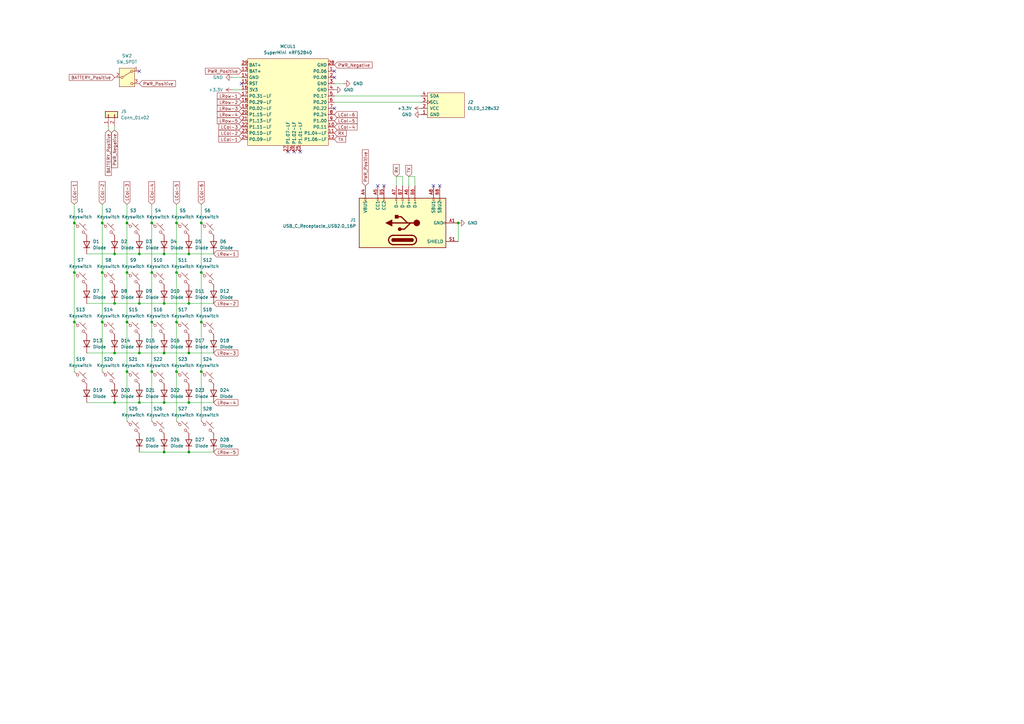
<source format=kicad_sch>
(kicad_sch (version 20250114) (generator "eeschema") (generator_version "9.0")
  (paper "A3")
  (lib_symbols
    (symbol "Connector:USB_C_Receptacle_USB2.0_16P" (pin_names (offset 1.016))
      (property "Reference" "J" (at 0 22.225 0))
      (property "Value" "USB_C_Receptacle_USB2.0_16P" (at 0 19.685 0))
      (symbol "USB_C_Receptacle_USB2.0_16P_0_0"
        (rectangle (start -0.254 -17.78) (end 0.254 -16.764))
        (rectangle (start 10.16 15.494) (end 9.144 14.986))
        (rectangle (start 10.16 10.414) (end 9.144 9.906))
        (rectangle (start 10.16 7.874) (end 9.144 7.366))
        (rectangle (start 10.16 2.794) (end 9.144 2.286))
        (rectangle (start 10.16 0.254) (end 9.144 -0.254))
        (rectangle (start 10.16 -2.286) (end 9.144 -2.794))
        (rectangle (start 10.16 -4.826) (end 9.144 -5.334))
        (rectangle (start 10.16 -12.446) (end 9.144 -12.954))
        (rectangle (start 10.16 -14.986) (end 9.144 -15.494))
      )
      (symbol "USB_C_Receptacle_USB2.0_16P_0_1"
        (rectangle (start -10.16 17.78) (end 10.16 -17.78) (stroke (width 0.254)) (fill (type background)))
        (polyline (pts (xy -8.89 -3.81) (xy -8.89 3.81)) (stroke (width 0.508)))
        (rectangle (start -7.62 -3.81) (end -6.35 3.81) (stroke (width 0.254)) (fill (type outline)))
        (arc (start -7.62 3.81) (mid -6.985 4.4423) (end -6.35 3.81) (stroke (width 0.254)))
        (arc (start -7.62 3.81) (mid -6.985 4.4423) (end -6.35 3.81) (stroke (width 0.254)) (fill (type outline)))
        (arc (start -8.89 3.81) (mid -6.985 5.7067) (end -5.08 3.81) (stroke (width 0.508)))
        (arc (start -5.08 -3.81) (mid -6.985 -5.7067) (end -8.89 -3.81) (stroke (width 0.508)))
        (arc (start -6.35 -3.81) (mid -6.985 -4.4423) (end -7.62 -3.81) (stroke (width 0.254)))
        (arc (start -6.35 -3.81) (mid -6.985 -4.4423) (end -7.62 -3.81) (stroke (width 0.254)) (fill (type outline)))
        (polyline (pts (xy -5.08 3.81) (xy -5.08 -3.81)) (stroke (width 0.508)))
        (circle (center -2.54 1.143) (radius 0.635) (stroke (width 0.254)) (fill (type outline)))
        (polyline (pts (xy -1.27 4.318) (xy 0 6.858) (xy 1.27 4.318) (xy -1.27 4.318)) (stroke (width 0.254)) (fill (type outline)))
        (polyline (pts (xy 0 -2.032) (xy 2.54 0.508) (xy 2.54 1.778)) (stroke (width 0.508)))
        (polyline (pts (xy 0 -3.302) (xy -2.54 -0.762) (xy -2.54 0.508)) (stroke (width 0.508)))
        (polyline (pts (xy 0 -5.842) (xy 0 4.318)) (stroke (width 0.508)))
        (circle (center 0 -5.842) (radius 1.27) (fill (type outline)))
        (rectangle (start 1.905 1.778) (end 3.175 3.048) (stroke (width 0.254)) (fill (type outline)))
      )
      (symbol "USB_C_Receptacle_USB2.0_16P_1_1"
        (pin passive line (at -7.62 -22.86 90) (length 5.08) (name "SHIELD") (number "S1"))
        (pin passive line (at 0 -22.86 90) (length 5.08) (name "GND") (number "A1"))
        (pin passive line (at 0 -22.86 90) (length 5.08) (hide yes) (name "GND") (number "A12"))
        (pin passive line (at 0 -22.86 90) (length 5.08) (hide yes) (name "GND") (number "B1"))
        (pin passive line (at 0 -22.86 90) (length 5.08) (hide yes) (name "GND") (number "B12"))
        (pin passive line (at 15.24 15.24 180) (length 5.08) (name "VBUS") (number "A4"))
        (pin passive line (at 15.24 15.24 180) (length 5.08) (hide yes) (name "VBUS") (number "A9"))
        (pin passive line (at 15.24 15.24 180) (length 5.08) (hide yes) (name "VBUS") (number "B4"))
        (pin passive line (at 15.24 15.24 180) (length 5.08) (hide yes) (name "VBUS") (number "B9"))
        (pin bidirectional line (at 15.24 10.16 180) (length 5.08) (name "CC1") (number "A5"))
        (pin bidirectional line (at 15.24 7.62 180) (length 5.08) (name "CC2") (number "B5"))
        (pin bidirectional line (at 15.24 2.54 180) (length 5.08) (name "D-") (number "A7"))
        (pin bidirectional line (at 15.24 0 180) (length 5.08) (name "D-") (number "B7"))
        (pin bidirectional line (at 15.24 -2.54 180) (length 5.08) (name "D+") (number "A6"))
        (pin bidirectional line (at 15.24 -5.08 180) (length 5.08) (name "D+") (number "B6"))
        (pin bidirectional line (at 15.24 -12.7 180) (length 5.08) (name "SBU1") (number "A8"))
        (pin bidirectional line (at 15.24 -15.24 180) (length 5.08) (name "SBU2") (number "B8"))
      )
    )
    (symbol "Connector_Generic:Conn_01x02" (pin_names (offset 1.016) (hide yes))
      (property "Reference" "J" (at 0 2.54 0))
      (property "Value" "Conn_01x02" (at 0 -5.08 0))
      (symbol "Conn_01x02_1_1"
        (rectangle (start -1.27 1.27) (end 1.27 -3.81) (stroke (width 0.254)) (fill (type background)))
        (rectangle (start -1.27 0.127) (end 0 -0.127) (stroke (width 0.1524)))
        (rectangle (start -1.27 -2.413) (end 0 -2.667) (stroke (width 0.1524)))
        (pin passive line (at -5.08 0 0) (length 3.81) (name "Pin_1") (number "1"))
        (pin passive line (at -5.08 -2.54 0) (length 3.81) (name "Pin_2") (number "2"))
      )
    )
    (symbol "ScottoKeebs:OLED_128x32" (pin_names (offset 1.016))
      (property "Reference" "J" (at 0 -6.35 0))
      (property "Value" "OLED_128x32" (at 0 6.35 0))
      (symbol "OLED_128x32_0_1"
        (rectangle (start 0 5.08) (end 15.24 -5.08) (fill (type background)))
      )
      (symbol "OLED_128x32_1_1"
        (pin bidirectional line (at -2.54 3.81 0) (length 2.54) (name "SDA") (number "4"))
        (pin input clock (at -2.54 1.27 0) (length 2.54) (name "SCL") (number "3"))
        (pin power_in line (at -2.54 -1.27 0) (length 2.54) (name "VCC") (number "2"))
        (pin power_in line (at -2.54 -3.81 0) (length 2.54) (name "GND") (number "1"))
      )
    )
    (symbol "ScottoKeebs:Placeholder_Diode" (pin_numbers (hide yes)) (pin_names (hide yes))
      (property "Reference" "D" (at 0 2.54 0))
      (property "Value" "Diode" (at 0 -2.54 0))
      (symbol "Placeholder_Diode_0_1"
        (polyline (pts (xy -1.27 1.27) (xy -1.27 -1.27)) (stroke (width 0.254)))
        (polyline (pts (xy 1.27 1.27) (xy 1.27 -1.27) (xy -1.27 0) (xy 1.27 1.27)) (stroke (width 0.254)))
        (polyline (pts (xy 1.27 0) (xy -1.27 0)))
      )
      (symbol "Placeholder_Diode_1_1"
        (pin passive line (at -3.81 0 0) (length 2.54) (name "K") (number "1"))
        (pin passive line (at 3.81 0 180) (length 2.54) (name "A") (number "2"))
      )
    )
    (symbol "ScottoKeebs:Placeholder_Keyswitch" (pin_numbers (hide yes)) (pin_names (offset 1.016) (hide yes))
      (property "Reference" "S" (at 3.048 1.016 0))
      (property "Value" "Keyswitch" (at 0 -3.81 0))
      (symbol "Placeholder_Keyswitch_0_1"
        (polyline (pts (xy -2.54 2.54) (xy -1.524 1.524) (xy -1.524 1.524)))
        (circle (center -1.1684 1.1684) (radius 0.508))
        (polyline (pts (xy -0.508 2.54) (xy 2.54 -0.508)))
        (polyline (pts (xy 1.016 1.016) (xy 2.032 2.032)))
        (circle (center 1.143 -1.1938) (radius 0.508))
        (polyline (pts (xy 1.524 -1.524) (xy 2.54 -2.54) (xy 2.54 -2.54) (xy 2.54 -2.54)))
        (pin passive line (at -2.54 2.54 0) (length 0) (name "1") (number "1"))
        (pin passive line (at 2.54 -2.54 180) (length 0) (name "2") (number "2"))
      )
    )
    (symbol "Switch:SW_SPDT" (pin_names (offset 0) (hide yes))
      (property "Reference" "SW" (at 0 5.08 0))
      (property "Value" "SW_SPDT" (at 0 -5.08 0))
      (symbol "SW_SPDT_0_1"
        (circle (center -2.032 0) (radius 0.4572))
        (polyline (pts (xy -1.651 0.254) (xy 1.651 2.286)))
        (circle (center 2.032 2.54) (radius 0.4572))
        (circle (center 2.032 -2.54) (radius 0.4572))
      )
      (symbol "SW_SPDT_1_1"
        (rectangle (start -3.175 3.81) (end 3.175 -3.81) (fill (type background)))
        (pin passive line (at -5.08 0 0) (length 2.54) (name "B") (number "2"))
        (pin passive line (at 5.08 2.54 180) (length 2.54) (name "A") (number "1"))
        (pin passive line (at 5.08 -2.54 180) (length 2.54) (name "C") (number "3"))
      )
    )
    (symbol "marbastlib-promicroish:SuperMini_nRF52840" (in_bom no)
      (property "Reference" "U" (at 0 22.86 0))
      (property "Value" "SuperMini nRF52840" (at 0 20.32 0))
      (symbol "SuperMini_nRF52840_0_0"
        (pin bidirectional line (at -19.05 13.97 0) (length 2.54) (name "P0.06") (number "1"))
        (pin bidirectional line (at -19.05 11.43 0) (length 2.54) (name "P0.08") (number "2"))
        (pin power_out line (at -19.05 8.89 0) (length 2.54) (name "GND") (number "3"))
        (pin power_out line (at -19.05 6.35 0) (length 2.54) (name "GND") (number "4"))
        (pin bidirectional line (at -19.05 3.81 0) (length 2.54) (name "P0.17") (number "5"))
        (pin bidirectional line (at -19.05 1.27 0) (length 2.54) (name "P0.20") (number "6"))
        (pin bidirectional line (at -19.05 -1.27 0) (length 2.54) (name "P0.22") (number "7"))
        (pin bidirectional line (at -19.05 -3.81 0) (length 2.54) (name "P0.24") (number "8"))
        (pin bidirectional line (at -19.05 -6.35 0) (length 2.54) (name "P1.00") (number "9"))
        (pin bidirectional line (at -19.05 -8.89 0) (length 2.54) (name "P0.11") (number "10"))
        (pin bidirectional line (at -19.05 -11.43 0) (length 2.54) (name "P1.04-LF") (number "11"))
        (pin bidirectional line (at -19.05 -13.97 0) (length 2.54) (name "P1.06-LF") (number "12"))
        (pin power_out line (at 19.05 11.43 180) (length 2.54) (name "GND") (number "14"))
        (pin bidirectional line (at 19.05 8.89 180) (length 2.54) (name "RST") (number "15"))
        (pin bidirectional line (at 19.05 3.81 180) (length 2.54) (name "P0.31-LF") (number "17"))
        (pin bidirectional line (at 19.05 1.27 180) (length 2.54) (name "P0.29-LF") (number "18"))
        (pin bidirectional line (at 19.05 -1.27 180) (length 2.54) (name "P0.02-LF") (number "19"))
        (pin bidirectional line (at 19.05 -3.81 180) (length 2.54) (name "P1.15-LF") (number "20"))
        (pin bidirectional line (at 19.05 -6.35 180) (length 2.54) (name "P1.13-LF") (number "21"))
        (pin bidirectional line (at 19.05 -8.89 180) (length 2.54) (name "P1.11-LF") (number "22"))
        (pin bidirectional line (at 19.05 -13.97 180) (length 2.54) (name "P0.09-LF") (number "24"))
      )
      (symbol "SuperMini_nRF52840_1_0"
        (pin power_out line (at -19.05 16.51 0) (length 2.54) (name "GND") (number "28"))
        (pin bidirectional line (at -5.08 -19.05 90) (length 2.54) (name "P1.01-LF") (number "25"))
        (pin bidirectional line (at -2.54 -19.05 90) (length 2.54) (name "P1.02-LF") (number "26"))
        (pin bidirectional line (at 0 -19.05 90) (length 2.54) (name "P1.07-LF") (number "27"))
        (pin power_out line (at 19.05 16.51 180) (length 2.54) (name "BAT+") (number "29"))
        (pin power_out line (at 19.05 13.97 180) (length 2.54) (name "BAT+") (number "13"))
        (pin power_out line (at 19.05 6.35 180) (length 2.54) (name "3V3") (number "16"))
        (pin bidirectional line (at 19.05 -11.43 180) (length 2.54) (name "P0.10-LF") (number "23"))
      )
      (symbol "SuperMini_nRF52840_1_1"
        (rectangle (start -16.51 19.05) (end 16.51 -16.51) (fill (type background)))
      )
    )
    (symbol "power:+3.3V" (power) (pin_numbers (hide yes)) (pin_names (offset 0) (hide yes))
      (property "Value" "+3.3V" (at 0 3.556 0))
      (symbol "+3.3V_0_1"
        (polyline (pts (xy -0.762 1.27) (xy 0 2.54)))
        (polyline (pts (xy 0 2.54) (xy 0.762 1.27)))
        (polyline (pts (xy 0 0) (xy 0 2.54)))
      )
      (symbol "+3.3V_1_1"
        (pin power_in line (at 0 0 90) (length 0) (name "~") (number "1"))
      )
    )
    (symbol "power:GND" (power) (pin_numbers (hide yes)) (pin_names (offset 0) (hide yes))
      (property "Value" "GND" (at 0 -3.81 0))
      (symbol "GND_0_1"
        (polyline (pts (xy 0 0) (xy 0 -1.27) (xy 1.27 -1.27) (xy 0 -2.54) (xy -1.27 -1.27) (xy 0 -1.27)))
      )
      (symbol "GND_1_1"
        (pin power_in line (at 0 0 270) (length 0) (name "~") (number "1"))
      )
    )
  )
  (junction (at 77.47 124.46))
  (junction (at 62.23 111.76))
  (junction (at 57.15 144.78))
  (junction (at 46.99 104.14))
  (junction (at 62.23 132.08))
  (junction (at 67.31 104.14))
  (junction (at 57.15 165.1))
  (junction (at 52.07 111.76))
  (junction (at 82.55 91.44))
  (junction (at 30.48 91.44))
  (junction (at 72.39 132.08))
  (junction (at 72.39 152.4))
  (junction (at 67.31 124.46))
  (junction (at 30.48 132.08))
  (junction (at 77.47 165.1))
  (junction (at 57.15 104.14))
  (junction (at 62.23 152.4))
  (junction (at 46.99 144.78))
  (junction (at 46.99 124.46))
  (junction (at 67.31 185.42))
  (junction (at 57.15 124.46))
  (junction (at 187.96 91.44))
  (junction (at 52.07 152.4))
  (junction (at 67.31 165.1))
  (junction (at 77.47 185.42))
  (junction (at 41.91 111.76))
  (junction (at 41.91 91.44))
  (junction (at 82.55 152.4))
  (junction (at 82.55 132.08))
  (junction (at 30.48 111.76))
  (junction (at 46.99 165.1))
  (junction (at 72.39 91.44))
  (junction (at 52.07 132.08))
  (junction (at 82.55 111.76))
  (junction (at 41.91 132.08))
  (junction (at 67.31 144.78))
  (junction (at 77.47 144.78))
  (junction (at 72.39 111.76))
  (junction (at 77.47 104.14))
  (junction (at 52.07 91.44))
  (junction (at 62.23 91.44))
  (no_connect (at 157.48 76.2))
  (no_connect (at 123.19 62.23))
  (no_connect (at 99.06 34.29))
  (no_connect (at 120.65 62.23))
  (no_connect (at 137.16 31.75))
  (no_connect (at 177.8 76.2))
  (no_connect (at 137.16 29.21))
  (no_connect (at 137.16 44.45))
  (no_connect (at 118.11 62.23))
  (no_connect (at 180.34 76.2))
  (no_connect (at 154.94 76.2))
  (no_connect (at 57.15 29.21))
  (wire (pts (xy 82.55 83.82) (xy 82.55 91.44)))
  (wire (pts (xy 137.16 39.37) (xy 172.72 39.37)))
  (wire (pts (xy 52.07 132.08) (xy 52.07 152.4)))
  (wire (pts (xy 62.23 111.76) (xy 62.23 132.08)))
  (wire (pts (xy 77.47 124.46) (xy 87.63 124.46)))
  (wire (pts (xy 57.15 104.14) (xy 67.31 104.14)))
  (wire (pts (xy 57.15 185.42) (xy 67.31 185.42)))
  (wire (pts (xy 72.39 132.08) (xy 72.39 152.4)))
  (wire (pts (xy 82.55 111.76) (xy 82.55 132.08)))
  (wire (pts (xy 41.91 111.76) (xy 41.91 132.08)))
  (wire (pts (xy 140.97 34.29) (xy 137.16 34.29)))
  (wire (pts (xy 62.23 152.4) (xy 62.23 172.72)))
  (wire (pts (xy 170.18 76.2) (xy 170.18 72.39)))
  (wire (pts (xy 30.48 83.82) (xy 30.48 91.44)))
  (wire (pts (xy 82.55 91.44) (xy 82.55 111.76)))
  (wire (pts (xy 52.07 152.4) (xy 52.07 172.72)))
  (wire (pts (xy 99.06 31.75) (xy 95.25 31.75)))
  (wire (pts (xy 72.39 152.4) (xy 72.39 172.72)))
  (wire (pts (xy 46.99 52.07) (xy 46.99 53.34)))
  (wire (pts (xy 167.64 76.2) (xy 167.64 72.39)))
  (wire (pts (xy 170.18 72.39) (xy 167.64 72.39)))
  (wire (pts (xy 41.91 83.82) (xy 41.91 91.44)))
  (wire (pts (xy 46.99 144.78) (xy 57.15 144.78)))
  (wire (pts (xy 82.55 132.08) (xy 82.55 152.4)))
  (wire (pts (xy 52.07 111.76) (xy 52.07 132.08)))
  (wire (pts (xy 57.15 165.1) (xy 67.31 165.1)))
  (wire (pts (xy 46.99 104.14) (xy 57.15 104.14)))
  (wire (pts (xy 77.47 104.14) (xy 87.63 104.14)))
  (wire (pts (xy 77.47 165.1) (xy 87.63 165.1)))
  (wire (pts (xy 57.15 144.78) (xy 67.31 144.78)))
  (wire (pts (xy 41.91 132.08) (xy 41.91 152.4)))
  (wire (pts (xy 165.1 72.39) (xy 162.56 72.39)))
  (wire (pts (xy 52.07 91.44) (xy 52.07 111.76)))
  (wire (pts (xy 41.91 91.44) (xy 41.91 111.76)))
  (wire (pts (xy 62.23 132.08) (xy 62.23 152.4)))
  (wire (pts (xy 99.06 36.83) (xy 95.25 36.83)))
  (wire (pts (xy 137.16 41.91) (xy 172.72 41.91)))
  (wire (pts (xy 77.47 185.42) (xy 87.63 185.42)))
  (wire (pts (xy 67.31 185.42) (xy 77.47 185.42)))
  (wire (pts (xy 44.45 52.07) (xy 44.45 53.34)))
  (wire (pts (xy 46.99 124.46) (xy 57.15 124.46)))
  (wire (pts (xy 35.56 104.14) (xy 46.99 104.14)))
  (wire (pts (xy 46.99 165.1) (xy 57.15 165.1)))
  (wire (pts (xy 165.1 76.2) (xy 165.1 72.39)))
  (wire (pts (xy 67.31 144.78) (xy 77.47 144.78)))
  (wire (pts (xy 57.15 124.46) (xy 67.31 124.46)))
  (wire (pts (xy 62.23 91.44) (xy 62.23 111.76)))
  (wire (pts (xy 30.48 91.44) (xy 30.48 111.76)))
  (wire (pts (xy 35.56 124.46) (xy 46.99 124.46)))
  (wire (pts (xy 30.48 111.76) (xy 30.48 132.08)))
  (wire (pts (xy 72.39 83.82) (xy 72.39 91.44)))
  (wire (pts (xy 187.96 91.44) (xy 187.96 99.06)))
  (wire (pts (xy 67.31 104.14) (xy 77.47 104.14)))
  (wire (pts (xy 52.07 83.82) (xy 52.07 91.44)))
  (wire (pts (xy 162.56 76.2) (xy 162.56 72.39)))
  (wire (pts (xy 67.31 165.1) (xy 77.47 165.1)))
  (wire (pts (xy 35.56 144.78) (xy 46.99 144.78)))
  (wire (pts (xy 62.23 83.82) (xy 62.23 91.44)))
  (wire (pts (xy 67.31 124.46) (xy 77.47 124.46)))
  (wire (pts (xy 82.55 152.4) (xy 82.55 172.72)))
  (wire (pts (xy 77.47 144.78) (xy 87.63 144.78)))
  (wire (pts (xy 30.48 132.08) (xy 30.48 152.4)))
  (wire (pts (xy 72.39 91.44) (xy 72.39 111.76)))
  (wire (pts (xy 72.39 111.76) (xy 72.39 132.08)))
  (wire (pts (xy 35.56 165.1) (xy 46.99 165.1)))
  (global_label "LCol-1" (shape input) (at 99.06 57.15 180) (property "Intersheetrefs" "${INTERSHEET_REFS}" (effects (hide yes))))
  (global_label "LCol-6" (shape input) (at 137.16 46.99 0) (property "Intersheetrefs" "${INTERSHEET_REFS}" (effects (hide yes))))
  (global_label "LRow-4" (shape input) (at 87.63 165.1 0) (property "Intersheetrefs" "${INTERSHEET_REFS}" (effects (hide yes))))
  (global_label "PWR_Negative" (shape input) (at 46.99 53.34 270) (property "Intersheetrefs" "${INTERSHEET_REFS}" (effects (hide yes))))
  (global_label "LCol-4" (shape input) (at 137.16 52.07 0) (property "Intersheetrefs" "${INTERSHEET_REFS}" (effects (hide yes))))
  (global_label "PWR_Positive" (shape input) (at 57.15 34.29 0) (property "Intersheetrefs" "${INTERSHEET_REFS}" (effects (hide yes))))
  (global_label "LRow-3" (shape input) (at 99.06 44.45 180) (property "Intersheetrefs" "${INTERSHEET_REFS}" (effects (hide yes))))
  (global_label "LCol-6" (shape input) (at 82.55 83.82 90) (property "Intersheetrefs" "${INTERSHEET_REFS}" (effects (hide yes))))
  (global_label "LRow-5" (shape input) (at 87.63 185.42 0) (property "Intersheetrefs" "${INTERSHEET_REFS}" (effects (hide yes))))
  (global_label "LRow-1" (shape input) (at 99.06 39.37 180) (property "Intersheetrefs" "${INTERSHEET_REFS}" (effects (hide yes))))
  (global_label "LRow-1" (shape input) (at 87.63 104.14 0) (property "Intersheetrefs" "${INTERSHEET_REFS}" (effects (hide yes))))
  (global_label "LCol-3" (shape input) (at 99.06 52.07 180) (property "Intersheetrefs" "${INTERSHEET_REFS}" (effects (hide yes))))
  (global_label "LRow-2" (shape input) (at 99.06 41.91 180) (property "Intersheetrefs" "${INTERSHEET_REFS}" (effects (hide yes))))
  (global_label "TX" (shape input) (at 167.64 72.39 90) (property "Intersheetrefs" "${INTERSHEET_REFS}" (effects (hide yes))))
  (global_label "RX" (shape input) (at 137.16 54.61 0) (property "Intersheetrefs" "${INTERSHEET_REFS}" (effects (hide yes))))
  (global_label "LCol-5" (shape input) (at 72.39 83.82 90) (property "Intersheetrefs" "${INTERSHEET_REFS}" (effects (hide yes))))
  (global_label "LRow-3" (shape input) (at 87.63 144.78 0) (property "Intersheetrefs" "${INTERSHEET_REFS}" (effects (hide yes))))
  (global_label "PWR_Negative" (shape input) (at 137.16 26.67 0) (property "Intersheetrefs" "${INTERSHEET_REFS}" (effects (hide yes))))
  (global_label "LCol-2" (shape input) (at 99.06 54.61 180) (property "Intersheetrefs" "${INTERSHEET_REFS}" (effects (hide yes))))
  (global_label "TX" (shape input) (at 137.16 57.15 0) (property "Intersheetrefs" "${INTERSHEET_REFS}" (effects (hide yes))))
  (global_label "LCol-4" (shape input) (at 62.23 83.82 90) (property "Intersheetrefs" "${INTERSHEET_REFS}" (effects (hide yes))))
  (global_label "PWR_Positive" (shape input) (at 149.86 76.2 90) (property "Intersheetrefs" "${INTERSHEET_REFS}" (effects (hide yes))))
  (global_label "BATTERY_Positive" (shape input) (at 46.99 31.75 180) (property "Intersheetrefs" "${INTERSHEET_REFS}" (effects (hide yes))))
  (global_label "LCol-1" (shape input) (at 30.48 83.82 90) (property "Intersheetrefs" "${INTERSHEET_REFS}" (effects (hide yes))))
  (global_label "LCol-3" (shape input) (at 52.07 83.82 90) (property "Intersheetrefs" "${INTERSHEET_REFS}" (effects (hide yes))))
  (global_label "LRow-5" (shape input) (at 99.06 49.53 180) (property "Intersheetrefs" "${INTERSHEET_REFS}" (effects (hide yes))))
  (global_label "LCol-5" (shape input) (at 137.16 49.53 0) (property "Intersheetrefs" "${INTERSHEET_REFS}" (effects (hide yes))))
  (global_label "RX" (shape input) (at 162.56 72.39 90) (property "Intersheetrefs" "${INTERSHEET_REFS}" (effects (hide yes))))
  (global_label "LCol-2" (shape input) (at 41.91 83.82 90) (property "Intersheetrefs" "${INTERSHEET_REFS}" (effects (hide yes))))
  (global_label "PWR_Positive" (shape input) (at 99.06 29.21 180) (property "Intersheetrefs" "${INTERSHEET_REFS}" (effects (hide yes))))
  (global_label "BATTERY_Positive" (shape input) (at 44.45 53.34 270) (property "Intersheetrefs" "${INTERSHEET_REFS}" (effects (hide yes))))
  (global_label "LRow-4" (shape input) (at 99.06 46.99 180) (property "Intersheetrefs" "${INTERSHEET_REFS}" (effects (hide yes))))
  (global_label "LRow-2" (shape input) (at 87.63 124.46 0) (property "Intersheetrefs" "${INTERSHEET_REFS}" (effects (hide yes))))
  (symbol (lib_id "ScottoKeebs:Placeholder_Diode") (at 46.99 100.33 90) (unit 1)
    (property "Reference" "D2" (at 49.53 99.0599 90) (effects (justify right)))
    (property "Value" "Diode" (at 49.53 101.5999 90) (effects (justify right)))
    (property "Footprint" "Diode_THT:D_DO-35_SOD27_P7.62mm_Horizontal" (effects (hide yes)))
    (property "Description" "1N4148 (DO-35) or 1N4148W (SOD-123)" (effects (hide yes)))
    (property "Sim.Device" "D" (effects (hide yes)))
    (property "Sim.Pins" "1=K 2=A" (effects (hide yes)))
  )
  (symbol (lib_id "ScottoKeebs:Placeholder_Keyswitch") (at 44.45 114.3 0) (unit 1)
    (property "Reference" "S8" (at 44.45 106.68 0))
    (property "Value" "Keyswitch" (at 44.45 109.22 0))
    (property "Description" "Push button switch, normally open, two pins, 45° tilted" (effects (hide yes)))
  )
  (symbol (lib_id "ScottoKeebs:Placeholder_Keyswitch") (at 33.02 154.94 0) (unit 1)
    (property "Reference" "S19" (at 33.02 147.32 0))
    (property "Value" "Keyswitch" (at 33.02 149.86 0))
    (property "Description" "Push button switch, normally open, two pins, 45° tilted" (effects (hide yes)))
  )
  (symbol (lib_id "ScottoKeebs:Placeholder_Keyswitch") (at 44.45 154.94 0) (unit 1)
    (property "Reference" "S20" (at 44.45 147.32 0))
    (property "Value" "Keyswitch" (at 44.45 149.86 0))
    (property "Description" "Push button switch, normally open, two pins, 45° tilted" (effects (hide yes)))
  )
  (symbol (lib_id "ScottoKeebs:Placeholder_Keyswitch") (at 54.61 93.98 0) (unit 1)
    (property "Reference" "S3" (at 54.61 86.36 0))
    (property "Value" "Keyswitch" (at 54.61 88.9 0))
    (property "Description" "Push button switch, normally open, two pins, 45° tilted" (effects (hide yes)))
  )
  (symbol (lib_id "power:GND") (at 172.72 46.99 270) (unit 1)
    (property "Reference" "#PWR05" (effects (hide yes)))
    (property "Value" "GND" (at 168.91 46.9899 90) (effects (justify right)))
    (property "Description" "Power symbol creates a global label with name \"GND\" , ground" (effects (hide yes)))
  )
  (symbol (lib_id "power:GND") (at 187.96 91.44 90) (unit 1)
    (property "Reference" "#PWR08" (effects (hide yes)))
    (property "Value" "GND" (at 191.77 91.4399 90) (effects (justify right)))
    (property "Description" "Power symbol creates a global label with name \"GND\" , ground" (effects (hide yes)))
  )
  (symbol (lib_id "ScottoKeebs:Placeholder_Diode") (at 46.99 140.97 90) (unit 1)
    (property "Reference" "D14" (at 49.53 139.6999 90) (effects (justify right)))
    (property "Value" "Diode" (at 49.53 142.2399 90) (effects (justify right)))
    (property "Footprint" "Diode_THT:D_DO-35_SOD27_P7.62mm_Horizontal" (effects (hide yes)))
    (property "Description" "1N4148 (DO-35) or 1N4148W (SOD-123)" (effects (hide yes)))
    (property "Sim.Device" "D" (effects (hide yes)))
    (property "Sim.Pins" "1=K 2=A" (effects (hide yes)))
  )
  (symbol (lib_id "ScottoKeebs:Placeholder_Diode") (at 57.15 100.33 90) (unit 1)
    (property "Reference" "D3" (at 59.69 99.0599 90) (effects (justify right)))
    (property "Value" "Diode" (at 59.69 101.5999 90) (effects (justify right)))
    (property "Footprint" "Diode_THT:D_DO-35_SOD27_P7.62mm_Horizontal" (effects (hide yes)))
    (property "Description" "1N4148 (DO-35) or 1N4148W (SOD-123)" (effects (hide yes)))
    (property "Sim.Device" "D" (effects (hide yes)))
    (property "Sim.Pins" "1=K 2=A" (effects (hide yes)))
  )
  (symbol (lib_id "ScottoKeebs:Placeholder_Diode") (at 77.47 120.65 90) (unit 1)
    (property "Reference" "D11" (at 80.01 119.3799 90) (effects (justify right)))
    (property "Value" "Diode" (at 80.01 121.9199 90) (effects (justify right)))
    (property "Footprint" "Diode_THT:D_DO-35_SOD27_P7.62mm_Horizontal" (effects (hide yes)))
    (property "Description" "1N4148 (DO-35) or 1N4148W (SOD-123)" (effects (hide yes)))
    (property "Sim.Device" "D" (effects (hide yes)))
    (property "Sim.Pins" "1=K 2=A" (effects (hide yes)))
  )
  (symbol (lib_id "ScottoKeebs:Placeholder_Keyswitch") (at 85.09 93.98 0) (unit 1)
    (property "Reference" "S6" (at 85.09 86.36 0))
    (property "Value" "Keyswitch" (at 85.09 88.9 0))
    (property "Description" "Push button switch, normally open, two pins, 45° tilted" (effects (hide yes)))
  )
  (symbol (lib_id "ScottoKeebs:Placeholder_Keyswitch") (at 54.61 114.3 0) (unit 1)
    (property "Reference" "S9" (at 54.61 106.68 0))
    (property "Value" "Keyswitch" (at 54.61 109.22 0))
    (property "Description" "Push button switch, normally open, two pins, 45° tilted" (effects (hide yes)))
  )
  (symbol (lib_id "ScottoKeebs:Placeholder_Keyswitch") (at 74.93 154.94 0) (unit 1)
    (property "Reference" "S23" (at 74.93 147.32 0))
    (property "Value" "Keyswitch" (at 74.93 149.86 0))
    (property "Description" "Push button switch, normally open, two pins, 45° tilted" (effects (hide yes)))
  )
  (symbol (lib_id "ScottoKeebs:Placeholder_Diode") (at 87.63 181.61 90) (unit 1)
    (property "Reference" "D28" (at 90.17 180.3399 90) (effects (justify right)))
    (property "Value" "Diode" (at 90.17 182.8799 90) (effects (justify right)))
    (property "Footprint" "Diode_THT:D_DO-35_SOD27_P7.62mm_Horizontal" (effects (hide yes)))
    (property "Description" "1N4148 (DO-35) or 1N4148W (SOD-123)" (effects (hide yes)))
    (property "Sim.Device" "D" (effects (hide yes)))
    (property "Sim.Pins" "1=K 2=A" (effects (hide yes)))
  )
  (symbol (lib_id "power:GND") (at 137.16 36.83 90) (unit 1)
    (property "Reference" "#PWR01" (effects (hide yes)))
    (property "Value" "GND" (at 140.97 36.8299 90) (effects (justify right)))
    (property "Description" "Power symbol creates a global label with name \"GND\" , ground" (effects (hide yes)))
  )
  (symbol (lib_id "ScottoKeebs:Placeholder_Diode") (at 77.47 181.61 90) (unit 1)
    (property "Reference" "D27" (at 80.01 180.3399 90) (effects (justify right)))
    (property "Value" "Diode" (at 80.01 182.8799 90) (effects (justify right)))
    (property "Footprint" "Diode_THT:D_DO-35_SOD27_P7.62mm_Horizontal" (effects (hide yes)))
    (property "Description" "1N4148 (DO-35) or 1N4148W (SOD-123)" (effects (hide yes)))
    (property "Sim.Device" "D" (effects (hide yes)))
    (property "Sim.Pins" "1=K 2=A" (effects (hide yes)))
  )
  (symbol (lib_id "power:GND") (at 95.25 31.75 270) (unit 1)
    (property "Reference" "#PWR04" (effects (hide yes)))
    (property "Value" "GND" (at 91.44 31.7499 90) (effects (justify right)))
    (property "Description" "Power symbol creates a global label with name \"GND\" , ground" (effects (hide yes)))
  )
  (symbol (lib_id "ScottoKeebs:Placeholder_Diode") (at 35.56 140.97 90) (unit 1)
    (property "Reference" "D13" (at 38.1 139.6999 90) (effects (justify right)))
    (property "Value" "Diode" (at 38.1 142.2399 90) (effects (justify right)))
    (property "Footprint" "Diode_THT:D_DO-35_SOD27_P7.62mm_Horizontal" (effects (hide yes)))
    (property "Description" "1N4148 (DO-35) or 1N4148W (SOD-123)" (effects (hide yes)))
    (property "Sim.Device" "D" (effects (hide yes)))
    (property "Sim.Pins" "1=K 2=A" (effects (hide yes)))
  )
  (symbol (lib_id "ScottoKeebs:Placeholder_Keyswitch") (at 64.77 175.26 0) (unit 1)
    (property "Reference" "S26" (at 64.77 167.64 0))
    (property "Value" "Keyswitch" (at 64.77 170.18 0))
    (property "Description" "Push button switch, normally open, two pins, 45° tilted" (effects (hide yes)))
  )
  (symbol (lib_id "ScottoKeebs:Placeholder_Keyswitch") (at 85.09 154.94 0) (unit 1)
    (property "Reference" "S24" (at 85.09 147.32 0))
    (property "Value" "Keyswitch" (at 85.09 149.86 0))
    (property "Description" "Push button switch, normally open, two pins, 45° tilted" (effects (hide yes)))
  )
  (symbol (lib_id "ScottoKeebs:Placeholder_Diode") (at 67.31 161.29 90) (unit 1)
    (property "Reference" "D22" (at 69.85 160.0199 90) (effects (justify right)))
    (property "Value" "Diode" (at 69.85 162.5599 90) (effects (justify right)))
    (property "Footprint" "Diode_THT:D_DO-35_SOD27_P7.62mm_Horizontal" (effects (hide yes)))
    (property "Description" "1N4148 (DO-35) or 1N4148W (SOD-123)" (effects (hide yes)))
    (property "Sim.Device" "D" (effects (hide yes)))
    (property "Sim.Pins" "1=K 2=A" (effects (hide yes)))
  )
  (symbol (lib_id "ScottoKeebs:Placeholder_Keyswitch") (at 74.93 175.26 0) (unit 1)
    (property "Reference" "S27" (at 74.93 167.64 0))
    (property "Value" "Keyswitch" (at 74.93 170.18 0))
    (property "Description" "Push button switch, normally open, two pins, 45° tilted" (effects (hide yes)))
  )
  (symbol (lib_id "ScottoKeebs:Placeholder_Keyswitch") (at 85.09 175.26 0) (unit 1)
    (property "Reference" "S28" (at 85.09 167.64 0))
    (property "Value" "Keyswitch" (at 85.09 170.18 0))
    (property "Description" "Push button switch, normally open, two pins, 45° tilted" (effects (hide yes)))
  )
  (symbol (lib_id "ScottoKeebs:Placeholder_Diode") (at 46.99 120.65 90) (unit 1)
    (property "Reference" "D8" (at 49.53 119.3799 90) (effects (justify right)))
    (property "Value" "Diode" (at 49.53 121.9199 90) (effects (justify right)))
    (property "Footprint" "Diode_THT:D_DO-35_SOD27_P7.62mm_Horizontal" (effects (hide yes)))
    (property "Description" "1N4148 (DO-35) or 1N4148W (SOD-123)" (effects (hide yes)))
    (property "Sim.Device" "D" (effects (hide yes)))
    (property "Sim.Pins" "1=K 2=A" (effects (hide yes)))
  )
  (symbol (lib_id "Connector_Generic:Conn_01x02") (at 44.45 46.99 90) (unit 1)
    (property "Reference" "J5" (at 49.53 45.7199 90) (effects (justify right)))
    (property "Value" "Conn_01x02" (at 49.53 48.2599 90) (effects (justify right)))
    (property "Footprint" "Connector_JST:JST_PH_S2B-PH-K_1x02_P2.00mm_Horizontal" (effects (hide yes)))
    (property "Description" "Generic connector, single row, 01x02, script generated (kicad-library-utils/schlib/autogen/connector/)" (effects (hide yes)))
  )
  (symbol (lib_id "power:+3.3V") (at 95.25 36.83 90) (unit 1)
    (property "Reference" "#PWR06" (effects (hide yes)))
    (property "Value" "+3.3V" (at 91.44 36.8299 90) (effects (justify left)))
    (property "Description" "Power symbol creates a global label with name \"+3.3V\"" (effects (hide yes)))
  )
  (symbol (lib_id "ScottoKeebs:Placeholder_Diode") (at 67.31 120.65 90) (unit 1)
    (property "Reference" "D10" (at 69.85 119.3799 90) (effects (justify right)))
    (property "Value" "Diode" (at 69.85 121.9199 90) (effects (justify right)))
    (property "Footprint" "Diode_THT:D_DO-35_SOD27_P7.62mm_Horizontal" (effects (hide yes)))
    (property "Description" "1N4148 (DO-35) or 1N4148W (SOD-123)" (effects (hide yes)))
    (property "Sim.Device" "D" (effects (hide yes)))
    (property "Sim.Pins" "1=K 2=A" (effects (hide yes)))
  )
  (symbol (lib_id "ScottoKeebs:Placeholder_Keyswitch") (at 64.77 154.94 0) (unit 1)
    (property "Reference" "S22" (at 64.77 147.32 0))
    (property "Value" "Keyswitch" (at 64.77 149.86 0))
    (property "Description" "Push button switch, normally open, two pins, 45° tilted" (effects (hide yes)))
  )
  (symbol (lib_id "ScottoKeebs:Placeholder_Diode") (at 57.15 181.61 90) (unit 1)
    (property "Reference" "D25" (at 59.69 180.3399 90) (effects (justify right)))
    (property "Value" "Diode" (at 59.69 182.8799 90) (effects (justify right)))
    (property "Footprint" "Diode_THT:D_DO-35_SOD27_P7.62mm_Horizontal" (effects (hide yes)))
    (property "Description" "1N4148 (DO-35) or 1N4148W (SOD-123)" (effects (hide yes)))
    (property "Sim.Device" "D" (effects (hide yes)))
    (property "Sim.Pins" "1=K 2=A" (effects (hide yes)))
  )
  (symbol (lib_id "ScottoKeebs:Placeholder_Keyswitch") (at 44.45 134.62 0) (unit 1)
    (property "Reference" "S14" (at 44.45 127 0))
    (property "Value" "Keyswitch" (at 44.45 129.54 0))
    (property "Description" "Push button switch, normally open, two pins, 45° tilted" (effects (hide yes)))
  )
  (symbol (lib_id "ScottoKeebs:Placeholder_Diode") (at 67.31 181.61 90) (unit 1)
    (property "Reference" "D26" (at 69.85 180.3399 90) (effects (justify right)))
    (property "Value" "Diode" (at 69.85 182.8799 90) (effects (justify right)))
    (property "Footprint" "Diode_THT:D_DO-35_SOD27_P7.62mm_Horizontal" (effects (hide yes)))
    (property "Description" "1N4148 (DO-35) or 1N4148W (SOD-123)" (effects (hide yes)))
    (property "Sim.Device" "D" (effects (hide yes)))
    (property "Sim.Pins" "1=K 2=A" (effects (hide yes)))
  )
  (symbol (lib_id "Switch:SW_SPDT") (at 52.07 31.75 0) (unit 1)
    (property "Reference" "SW2" (at 52.07 22.86 0))
    (property "Value" "SW_SPDT" (at 52.07 25.4 0))
    (property "Footprint" "marbastlib-various:SW_MSK12C02-HB" (effects (hide yes)))
    (property "Description" "Switch, single pole double throw" (effects (hide yes)))
  )
  (symbol (lib_id "ScottoKeebs:Placeholder_Keyswitch") (at 74.93 93.98 0) (unit 1)
    (property "Reference" "S5" (at 74.93 86.36 0))
    (property "Value" "Keyswitch" (at 74.93 88.9 0))
    (property "Description" "Push button switch, normally open, two pins, 45° tilted" (effects (hide yes)))
  )
  (symbol (lib_id "ScottoKeebs:Placeholder_Keyswitch") (at 74.93 114.3 0) (unit 1)
    (property "Reference" "S11" (at 74.93 106.68 0))
    (property "Value" "Keyswitch" (at 74.93 109.22 0))
    (property "Description" "Push button switch, normally open, two pins, 45° tilted" (effects (hide yes)))
  )
  (symbol (lib_id "ScottoKeebs:Placeholder_Keyswitch") (at 33.02 114.3 0) (unit 1)
    (property "Reference" "S7" (at 33.02 106.68 0))
    (property "Value" "Keyswitch" (at 33.02 109.22 0))
    (property "Description" "Push button switch, normally open, two pins, 45° tilted" (effects (hide yes)))
  )
  (symbol (lib_id "ScottoKeebs:Placeholder_Keyswitch") (at 33.02 134.62 0) (unit 1)
    (property "Reference" "S13" (at 33.02 127 0))
    (property "Value" "Keyswitch" (at 33.02 129.54 0))
    (property "Description" "Push button switch, normally open, two pins, 45° tilted" (effects (hide yes)))
  )
  (symbol (lib_id "ScottoKeebs:Placeholder_Keyswitch") (at 64.77 114.3 0) (unit 1)
    (property "Reference" "S10" (at 64.77 106.68 0))
    (property "Value" "Keyswitch" (at 64.77 109.22 0))
    (property "Description" "Push button switch, normally open, two pins, 45° tilted" (effects (hide yes)))
  )
  (symbol (lib_id "ScottoKeebs:Placeholder_Diode") (at 57.15 161.29 90) (unit 1)
    (property "Reference" "D21" (at 59.69 160.0199 90) (effects (justify right)))
    (property "Value" "Diode" (at 59.69 162.5599 90) (effects (justify right)))
    (property "Footprint" "Diode_THT:D_DO-35_SOD27_P7.62mm_Horizontal" (effects (hide yes)))
    (property "Description" "1N4148 (DO-35) or 1N4148W (SOD-123)" (effects (hide yes)))
    (property "Sim.Device" "D" (effects (hide yes)))
    (property "Sim.Pins" "1=K 2=A" (effects (hide yes)))
  )
  (symbol (lib_id "ScottoKeebs:Placeholder_Diode") (at 46.99 161.29 90) (unit 1)
    (property "Reference" "D20" (at 49.53 160.0199 90) (effects (justify right)))
    (property "Value" "Diode" (at 49.53 162.5599 90) (effects (justify right)))
    (property "Footprint" "Diode_THT:D_DO-35_SOD27_P7.62mm_Horizontal" (effects (hide yes)))
    (property "Description" "1N4148 (DO-35) or 1N4148W (SOD-123)" (effects (hide yes)))
    (property "Sim.Device" "D" (effects (hide yes)))
    (property "Sim.Pins" "1=K 2=A" (effects (hide yes)))
  )
  (symbol (lib_id "marbastlib-promicroish:SuperMini_nRF52840") (at 118.11 43.18 0) (mirror y) (unit 1) (in_bom no)
    (property "Reference" "MCUL1" (at 118.11 19.05 0))
    (property "Value" "SuperMini nRF52840" (at 118.11 21.59 0))
    (property "Footprint" "marbastlib-xp-promicroish:SuperMini_nRF52840_AH_USBdn" (effects (hide yes)))
    (property "Datasheet" "https://wiki.icbbuy.com/doku.php?id=developmentboard:nrf52840" (effects (hide yes)))
    (property "Description" "Symbol for an nicekeyboards nice!nano" (effects (hide yes)))
  )
  (symbol (lib_id "ScottoKeebs:Placeholder_Keyswitch") (at 74.93 134.62 0) (unit 1)
    (property "Reference" "S17" (at 74.93 127 0))
    (property "Value" "Keyswitch" (at 74.93 129.54 0))
    (property "Description" "Push button switch, normally open, two pins, 45° tilted" (effects (hide yes)))
  )
  (symbol (lib_id "ScottoKeebs:Placeholder_Diode") (at 77.47 140.97 90) (unit 1)
    (property "Reference" "D17" (at 80.01 139.6999 90) (effects (justify right)))
    (property "Value" "Diode" (at 80.01 142.2399 90) (effects (justify right)))
    (property "Footprint" "Diode_THT:D_DO-35_SOD27_P7.62mm_Horizontal" (effects (hide yes)))
    (property "Description" "1N4148 (DO-35) or 1N4148W (SOD-123)" (effects (hide yes)))
    (property "Sim.Device" "D" (effects (hide yes)))
    (property "Sim.Pins" "1=K 2=A" (effects (hide yes)))
  )
  (symbol (lib_id "ScottoKeebs:Placeholder_Keyswitch") (at 64.77 93.98 0) (unit 1)
    (property "Reference" "S4" (at 64.77 86.36 0))
    (property "Value" "Keyswitch" (at 64.77 88.9 0))
    (property "Description" "Push button switch, normally open, two pins, 45° tilted" (effects (hide yes)))
  )
  (symbol (lib_id "Connector:USB_C_Receptacle_USB2.0_16P") (at 165.1 91.44 90) (unit 1)
    (property "Reference" "J1" (at 146.05 90.1699 90) (effects (justify left)))
    (property "Value" "USB_C_Receptacle_USB2.0_16P" (at 146.05 92.7099 90) (effects (justify left)))
    (property "Footprint" "Connector_USB:USB_C_Receptacle_GCT_USB4085" (effects (hide yes)))
    (property "Datasheet" "https://www.usb.org/sites/default/files/documents/usb_type-c.zip" (effects (hide yes)))
    (property "Description" "USB 2.0-only 16P Type-C Receptacle connector" (effects (hide yes)))
  )
  (symbol (lib_id "ScottoKeebs:Placeholder_Diode") (at 87.63 140.97 90) (unit 1)
    (property "Reference" "D18" (at 90.17 139.6999 90) (effects (justify right)))
    (property "Value" "Diode" (at 90.17 142.2399 90) (effects (justify right)))
    (property "Footprint" "Diode_THT:D_DO-35_SOD27_P7.62mm_Horizontal" (effects (hide yes)))
    (property "Description" "1N4148 (DO-35) or 1N4148W (SOD-123)" (effects (hide yes)))
    (property "Sim.Device" "D" (effects (hide yes)))
    (property "Sim.Pins" "1=K 2=A" (effects (hide yes)))
  )
  (symbol (lib_id "ScottoKeebs:Placeholder_Keyswitch") (at 85.09 114.3 0) (unit 1)
    (property "Reference" "S12" (at 85.09 106.68 0))
    (property "Value" "Keyswitch" (at 85.09 109.22 0))
    (property "Description" "Push button switch, normally open, two pins, 45° tilted" (effects (hide yes)))
  )
  (symbol (lib_id "ScottoKeebs:Placeholder_Keyswitch") (at 33.02 93.98 0) (unit 1)
    (property "Reference" "S1" (at 33.02 86.36 0))
    (property "Value" "Keyswitch" (at 33.02 88.9 0))
    (property "Description" "Push button switch, normally open, two pins, 45° tilted" (effects (hide yes)))
  )
  (symbol (lib_id "ScottoKeebs:Placeholder_Diode") (at 77.47 100.33 90) (unit 1)
    (property "Reference" "D5" (at 80.01 99.0599 90) (effects (justify right)))
    (property "Value" "Diode" (at 80.01 101.5999 90) (effects (justify right)))
    (property "Footprint" "Diode_THT:D_DO-35_SOD27_P7.62mm_Horizontal" (effects (hide yes)))
    (property "Description" "1N4148 (DO-35) or 1N4148W (SOD-123)" (effects (hide yes)))
    (property "Sim.Device" "D" (effects (hide yes)))
    (property "Sim.Pins" "1=K 2=A" (effects (hide yes)))
  )
  (symbol (lib_id "ScottoKeebs:Placeholder_Diode") (at 67.31 100.33 90) (unit 1)
    (property "Reference" "D4" (at 69.85 99.0599 90) (effects (justify right)))
    (property "Value" "Diode" (at 69.85 101.5999 90) (effects (justify right)))
    (property "Footprint" "Diode_THT:D_DO-35_SOD27_P7.62mm_Horizontal" (effects (hide yes)))
    (property "Description" "1N4148 (DO-35) or 1N4148W (SOD-123)" (effects (hide yes)))
    (property "Sim.Device" "D" (effects (hide yes)))
    (property "Sim.Pins" "1=K 2=A" (effects (hide yes)))
  )
  (symbol (lib_id "ScottoKeebs:Placeholder_Diode") (at 57.15 140.97 90) (unit 1)
    (property "Reference" "D15" (at 59.69 139.6999 90) (effects (justify right)))
    (property "Value" "Diode" (at 59.69 142.2399 90) (effects (justify right)))
    (property "Footprint" "Diode_THT:D_DO-35_SOD27_P7.62mm_Horizontal" (effects (hide yes)))
    (property "Description" "1N4148 (DO-35) or 1N4148W (SOD-123)" (effects (hide yes)))
    (property "Sim.Device" "D" (effects (hide yes)))
    (property "Sim.Pins" "1=K 2=A" (effects (hide yes)))
  )
  (symbol (lib_id "ScottoKeebs:Placeholder_Diode") (at 67.31 140.97 90) (unit 1)
    (property "Reference" "D16" (at 69.85 139.6999 90) (effects (justify right)))
    (property "Value" "Diode" (at 69.85 142.2399 90) (effects (justify right)))
    (property "Footprint" "Diode_THT:D_DO-35_SOD27_P7.62mm_Horizontal" (effects (hide yes)))
    (property "Description" "1N4148 (DO-35) or 1N4148W (SOD-123)" (effects (hide yes)))
    (property "Sim.Device" "D" (effects (hide yes)))
    (property "Sim.Pins" "1=K 2=A" (effects (hide yes)))
  )
  (symbol (lib_id "ScottoKeebs:Placeholder_Keyswitch") (at 44.45 93.98 0) (unit 1)
    (property "Reference" "S2" (at 44.45 86.36 0))
    (property "Value" "Keyswitch" (at 44.45 88.9 0))
    (property "Description" "Push button switch, normally open, two pins, 45° tilted" (effects (hide yes)))
  )
  (symbol (lib_id "ScottoKeebs:Placeholder_Keyswitch") (at 54.61 134.62 0) (unit 1)
    (property "Reference" "S15" (at 54.61 127 0))
    (property "Value" "Keyswitch" (at 54.61 129.54 0))
    (property "Description" "Push button switch, normally open, two pins, 45° tilted" (effects (hide yes)))
  )
  (symbol (lib_id "ScottoKeebs:Placeholder_Keyswitch") (at 54.61 175.26 0) (unit 1)
    (property "Reference" "S25" (at 54.61 167.64 0))
    (property "Value" "Keyswitch" (at 54.61 170.18 0))
    (property "Description" "Push button switch, normally open, two pins, 45° tilted" (effects (hide yes)))
  )
  (symbol (lib_id "ScottoKeebs:Placeholder_Diode") (at 57.15 120.65 90) (unit 1)
    (property "Reference" "D9" (at 59.69 119.3799 90) (effects (justify right)))
    (property "Value" "Diode" (at 59.69 121.9199 90) (effects (justify right)))
    (property "Footprint" "Diode_THT:D_DO-35_SOD27_P7.62mm_Horizontal" (effects (hide yes)))
    (property "Description" "1N4148 (DO-35) or 1N4148W (SOD-123)" (effects (hide yes)))
    (property "Sim.Device" "D" (effects (hide yes)))
    (property "Sim.Pins" "1=K 2=A" (effects (hide yes)))
  )
  (symbol (lib_id "ScottoKeebs:Placeholder_Keyswitch") (at 64.77 134.62 0) (unit 1)
    (property "Reference" "S16" (at 64.77 127 0))
    (property "Value" "Keyswitch" (at 64.77 129.54 0))
    (property "Description" "Push button switch, normally open, two pins, 45° tilted" (effects (hide yes)))
  )
  (symbol (lib_id "power:+3.3V") (at 172.72 44.45 90) (unit 1)
    (property "Reference" "#PWR07" (effects (hide yes)))
    (property "Value" "+3.3V" (at 168.91 44.4499 90) (effects (justify left)))
    (property "Description" "Power symbol creates a global label with name \"+3.3V\"" (effects (hide yes)))
  )
  (symbol (lib_id "ScottoKeebs:Placeholder_Keyswitch") (at 85.09 134.62 0) (unit 1)
    (property "Reference" "S18" (at 85.09 127 0))
    (property "Value" "Keyswitch" (at 85.09 129.54 0))
    (property "Description" "Push button switch, normally open, two pins, 45° tilted" (effects (hide yes)))
  )
  (symbol (lib_id "ScottoKeebs:Placeholder_Diode") (at 35.56 100.33 90) (unit 1)
    (property "Reference" "D1" (at 38.1 99.0599 90) (effects (justify right)))
    (property "Value" "Diode" (at 38.1 101.5999 90) (effects (justify right)))
    (property "Footprint" "Diode_THT:D_DO-35_SOD27_P7.62mm_Horizontal" (effects (hide yes)))
    (property "Description" "1N4148 (DO-35) or 1N4148W (SOD-123)" (effects (hide yes)))
    (property "Sim.Device" "D" (effects (hide yes)))
    (property "Sim.Pins" "1=K 2=A" (effects (hide yes)))
  )
  (symbol (lib_id "ScottoKeebs:Placeholder_Diode") (at 87.63 100.33 90) (unit 1)
    (property "Reference" "D6" (at 90.17 99.0599 90) (effects (justify right)))
    (property "Value" "Diode" (at 90.17 101.5999 90) (effects (justify right)))
    (property "Footprint" "Diode_THT:D_DO-35_SOD27_P7.62mm_Horizontal" (effects (hide yes)))
    (property "Description" "1N4148 (DO-35) or 1N4148W (SOD-123)" (effects (hide yes)))
    (property "Sim.Device" "D" (effects (hide yes)))
    (property "Sim.Pins" "1=K 2=A" (effects (hide yes)))
  )
  (symbol (lib_id "ScottoKeebs:Placeholder_Keyswitch") (at 54.61 154.94 0) (unit 1)
    (property "Reference" "S21" (at 54.61 147.32 0))
    (property "Value" "Keyswitch" (at 54.61 149.86 0))
    (property "Description" "Push button switch, normally open, two pins, 45° tilted" (effects (hide yes)))
  )
  (symbol (lib_id "ScottoKeebs:Placeholder_Diode") (at 35.56 120.65 90) (unit 1)
    (property "Reference" "D7" (at 38.1 119.3799 90) (effects (justify right)))
    (property "Value" "Diode" (at 38.1 121.9199 90) (effects (justify right)))
    (property "Footprint" "Diode_THT:D_DO-35_SOD27_P7.62mm_Horizontal" (effects (hide yes)))
    (property "Description" "1N4148 (DO-35) or 1N4148W (SOD-123)" (effects (hide yes)))
    (property "Sim.Device" "D" (effects (hide yes)))
    (property "Sim.Pins" "1=K 2=A" (effects (hide yes)))
  )
  (symbol (lib_id "ScottoKeebs:Placeholder_Diode") (at 35.56 161.29 90) (unit 1)
    (property "Reference" "D19" (at 38.1 160.0199 90) (effects (justify right)))
    (property "Value" "Diode" (at 38.1 162.5599 90) (effects (justify right)))
    (property "Footprint" "Diode_THT:D_DO-35_SOD27_P7.62mm_Horizontal" (effects (hide yes)))
    (property "Description" "1N4148 (DO-35) or 1N4148W (SOD-123)" (effects (hide yes)))
    (property "Sim.Device" "D" (effects (hide yes)))
    (property "Sim.Pins" "1=K 2=A" (effects (hide yes)))
  )
  (symbol (lib_id "ScottoKeebs:Placeholder_Diode") (at 77.47 161.29 90) (unit 1)
    (property "Reference" "D23" (at 80.01 160.0199 90) (effects (justify right)))
    (property "Value" "Diode" (at 80.01 162.5599 90) (effects (justify right)))
    (property "Footprint" "Diode_THT:D_DO-35_SOD27_P7.62mm_Horizontal" (effects (hide yes)))
    (property "Description" "1N4148 (DO-35) or 1N4148W (SOD-123)" (effects (hide yes)))
    (property "Sim.Device" "D" (effects (hide yes)))
    (property "Sim.Pins" "1=K 2=A" (effects (hide yes)))
  )
  (symbol (lib_id "ScottoKeebs:OLED_128x32") (at 175.26 43.18 0) (unit 1)
    (property "Reference" "J2" (at 191.77 41.9099 0) (effects (justify left)))
    (property "Value" "OLED_128x32" (at 191.77 44.4499 0) (effects (justify left)))
    (property "Footprint" "ScottoKeebs_Components:OLED_128x32" (effects (hide yes)))
  )
  (symbol (lib_id "ScottoKeebs:Placeholder_Diode") (at 87.63 161.29 90) (unit 1)
    (property "Reference" "D24" (at 90.17 160.0199 90) (effects (justify right)))
    (property "Value" "Diode" (at 90.17 162.5599 90) (effects (justify right)))
    (property "Footprint" "Diode_THT:D_DO-35_SOD27_P7.62mm_Horizontal" (effects (hide yes)))
    (property "Description" "1N4148 (DO-35) or 1N4148W (SOD-123)" (effects (hide yes)))
    (property "Sim.Device" "D" (effects (hide yes)))
    (property "Sim.Pins" "1=K 2=A" (effects (hide yes)))
  )
  (symbol (lib_id "power:GND") (at 140.97 34.29 90) (unit 1)
    (property "Reference" "#PWR02" (effects (hide yes)))
    (property "Value" "GND" (at 144.78 34.2899 90) (effects (justify right)))
    (property "Description" "Power symbol creates a global label with name \"GND\" , ground" (effects (hide yes)))
  )
  (symbol (lib_id "ScottoKeebs:Placeholder_Diode") (at 87.63 120.65 90) (unit 1)
    (property "Reference" "D12" (at 90.17 119.3799 90) (effects (justify right)))
    (property "Value" "Diode" (at 90.17 121.9199 90) (effects (justify right)))
    (property "Footprint" "Diode_THT:D_DO-35_SOD27_P7.62mm_Horizontal" (effects (hide yes)))
    (property "Description" "1N4148 (DO-35) or 1N4148W (SOD-123)" (effects (hide yes)))
    (property "Sim.Device" "D" (effects (hide yes)))
    (property "Sim.Pins" "1=K 2=A" (effects (hide yes)))
  )
)
</source>
